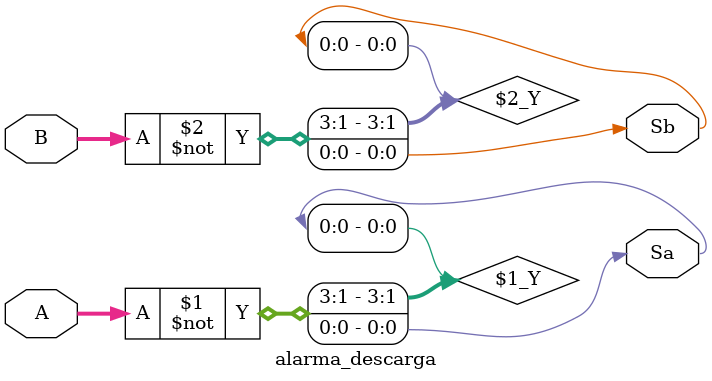
<source format=v>
module alarma_descarga (
    input [3:0] A,
    input [3:0] B,
    output Sa,
    output Sb
);

assign Sa =~A; 
assign Sb =~B; 
    
endmodule
</source>
